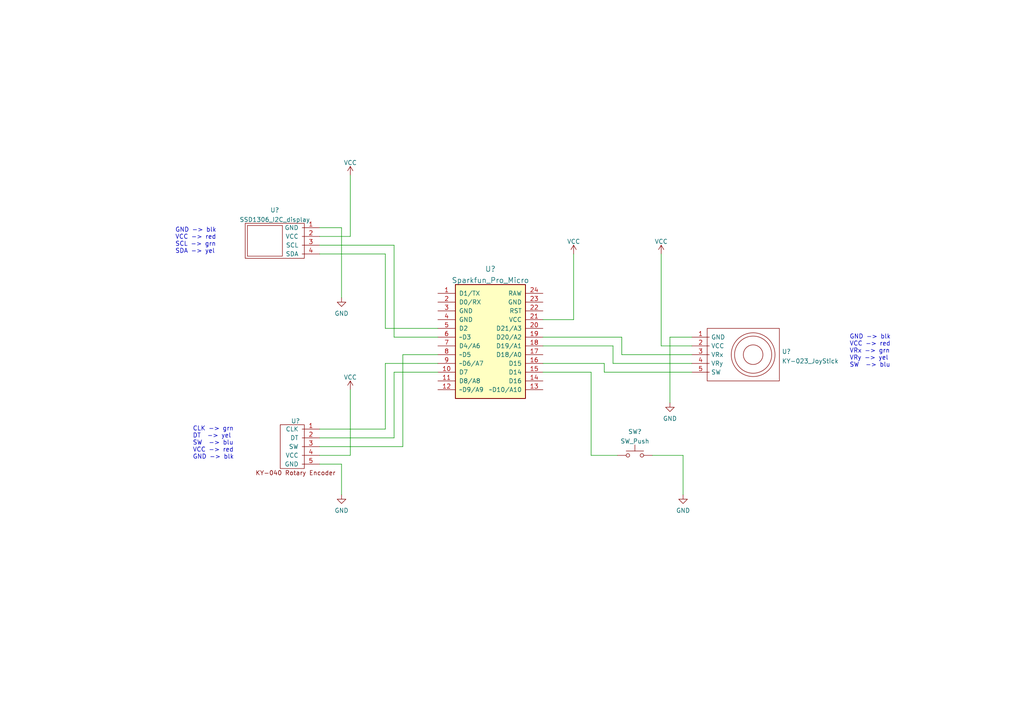
<source format=kicad_sch>
(kicad_sch (version 20211123) (generator eeschema)
  (paper "A4")
  (lib_symbols
    (symbol "My_Arduino2:Sparkfun_Pro_Micro" (pin_names (offset 1.016))
      (property "Reference" "U" (at -8.89 21.59 0))
      (property "Value" "Sparkfun_Pro_Micro" (at 0 19.05 0))
      (symbol "Sparkfun_Pro_Micro_0_1"
        (rectangle (start -10.16 17.78) (end 10.16 -15.24) (stroke (width 0.254)) (fill (type background)))
      )
      (symbol "Sparkfun_Pro_Micro_1_1"
        (pin bidirectional line (at -15.24 15.24 0) (length 5.08) (name "D1/TX") (number "1"))
        (pin bidirectional line (at -15.24 -7.62 0) (length 5.08) (name "D7") (number "10"))
        (pin bidirectional line (at -15.24 -10.16 0) (length 5.08) (name "D8/A8") (number "11"))
        (pin bidirectional line (at -15.24 -12.7 0) (length 5.08) (name "~D9/A9") (number "12"))
        (pin bidirectional line (at 15.24 -12.7 180) (length 5.08) (name "~D10/A10") (number "13"))
        (pin bidirectional line (at 15.24 -10.16 180) (length 5.08) (name "D16") (number "14"))
        (pin bidirectional line (at 15.24 -7.62 180) (length 5.08) (name "D14") (number "15"))
        (pin bidirectional line (at 15.24 -5.08 180) (length 5.08) (name "D15") (number "16"))
        (pin bidirectional line (at 15.24 -2.54 180) (length 5.08) (name "D18/A0") (number "17"))
        (pin bidirectional line (at 15.24 0 180) (length 5.08) (name "D19/A1") (number "18"))
        (pin bidirectional line (at 15.24 2.54 180) (length 5.08) (name "D20/A2") (number "19"))
        (pin bidirectional line (at -15.24 12.7 0) (length 5.08) (name "D0/RX") (number "2"))
        (pin bidirectional line (at 15.24 5.08 180) (length 5.08) (name "D21/A3") (number "20"))
        (pin power_in line (at 15.24 7.62 180) (length 5.08) (name "VCC") (number "21"))
        (pin input line (at 15.24 10.16 180) (length 5.08) (name "RST") (number "22"))
        (pin power_in line (at 15.24 12.7 180) (length 5.08) (name "GND") (number "23"))
        (pin power_in line (at 15.24 15.24 180) (length 5.08) (name "RAW") (number "24"))
        (pin power_in line (at -15.24 10.16 0) (length 5.08) (name "GND") (number "3"))
        (pin power_in line (at -15.24 7.62 0) (length 5.08) (name "GND") (number "4"))
        (pin bidirectional line (at -15.24 5.08 0) (length 5.08) (name "D2") (number "5"))
        (pin bidirectional line (at -15.24 2.54 0) (length 5.08) (name "~D3") (number "6"))
        (pin bidirectional line (at -15.24 0 0) (length 5.08) (name "D4/A6") (number "7"))
        (pin bidirectional line (at -15.24 -2.54 0) (length 5.08) (name "~D5") (number "8"))
        (pin bidirectional line (at -15.24 -5.08 0) (length 5.08) (name "~D6/A7") (number "9"))
      )
    )
    (symbol "My_Parts:KY-023_JoyStick"
      (property "Reference" "U" (at 6.35 3.81 0))
      (property "Value" "KY-023_JoyStick" (at 15.24 -14.605 0))
      (symbol "KY-023_JoyStick_0_1"
        (polyline (pts (xy 4.445 2.54) (xy 4.445 -12.7) (xy 25.4 -12.7) (xy 25.4 2.54) (xy 4.445 2.54)) (stroke (width 0.1524)))
        (circle (center 17.78 -5.08) (radius 5.3882) (stroke (width 0.1524)))
        (circle (center 17.78 -5.08) (radius 6.35) (stroke (width 0.1524)))
        (circle (center 17.78 -5.08) (radius 2.8398) (stroke (width 0.1524)))
      )
      (symbol "KY-023_JoyStick_1_1"
        (pin power_in line (at 0 0 0) (length 5.08) (name "GND") (number "1"))
        (pin power_in line (at 0 -2.54 0) (length 5.08) (name "VCC") (number "2"))
        (pin output line (at 0 -5.08 0) (length 5.08) (name "VRx") (number "3"))
        (pin output line (at 0 -7.62 0) (length 5.08) (name "VRy") (number "4"))
        (pin output line (at 0 -10.16 0) (length 5.08) (name "SW") (number "5"))
      )
    )
    (symbol "My_Parts:KY-040_Rotary_Encoder" (pin_names (offset 1.016))
      (property "Reference" "U" (at 0.635 2.54 0))
      (symbol "KY-040_Rotary_Encoder_0_0"
        (text "KY-040 Rotary Encoder" (at 1.905 -12.7 0) (effects (font (size 1.27 1.27))))
      )
      (symbol "KY-040_Rotary_Encoder_0_1"
        (rectangle (start -0.635 -11.43) (end 6.35 1.27))
      )
      (symbol "KY-040_Rotary_Encoder_1_1"
        (pin output line (at -5.08 0 0) (length 5.08) (name "CLK") (number "1"))
        (pin output line (at -5.08 -2.54 0) (length 5.08) (name "DT") (number "2"))
        (pin output line (at -5.08 -5.08 0) (length 5.08) (name "SW") (number "3"))
        (pin power_in line (at -5.08 -7.62 0) (length 5.08) (name "VCC") (number "4"))
        (pin power_in line (at -5.08 -10.16 0) (length 5.08) (name "GND") (number "5"))
      )
    )
    (symbol "My_Parts:SSD1306_I2C_display" (pin_names (offset 1.016))
      (property "Reference" "U" (at 5.715 2.54 0))
      (property "Value" "SSD1306_I2C_display" (at 12.7 -10.795 0))
      (symbol "SSD1306_I2C_display_0_1"
        (rectangle (start 4.445 1.27) (end 21.59 -8.89))
        (rectangle (start 10.795 0.635) (end 20.955 -8.255))
      )
      (symbol "SSD1306_I2C_display_1_1"
        (pin power_in line (at 0 0 0) (length 5.08) (name "GND") (number "1"))
        (pin power_in line (at 0 -2.54 0) (length 5.08) (name "VCC") (number "2"))
        (pin input line (at 0 -5.08 0) (length 5.08) (name "SCL") (number "3"))
        (pin input line (at 0 -7.62 0) (length 5.08) (name "SDA") (number "4"))
      )
    )
    (symbol "Switch:SW_Push" (pin_numbers hide) (pin_names (offset 1.016) hide)
      (property "Reference" "SW" (at 1.27 2.54 0))
      (property "Value" "SW_Push" (at 0 -1.524 0))
      (symbol "SW_Push_0_1"
        (circle (center -2.032 0) (radius 0.508))
        (polyline (pts (xy 0 1.27) (xy 0 3.048)))
        (polyline (pts (xy 2.54 1.27) (xy -2.54 1.27)))
        (circle (center 2.032 0) (radius 0.508))
        (pin passive line (at -5.08 0 0) (length 2.54) (name "1") (number "1"))
        (pin passive line (at 5.08 0 180) (length 2.54) (name "2") (number "2"))
      )
    )
    (symbol "power:GND" (power) (pin_names (offset 0))
      (property "Value" "GND" (at 0 -3.81 0))
      (symbol "GND_0_1"
        (polyline (pts (xy 0 0) (xy 0 -1.27) (xy 1.27 -1.27) (xy 0 -2.54) (xy -1.27 -1.27) (xy 0 -1.27)))
      )
      (symbol "GND_1_1"
        (pin power_in line (at 0 0 270) (length 0) hide (name "GND") (number "1"))
      )
    )
    (symbol "power:VCC" (power) (pin_names (offset 0))
      (property "Value" "VCC" (at 0 3.81 0))
      (symbol "VCC_0_1"
        (polyline (pts (xy -0.762 1.27) (xy 0 2.54)))
        (polyline (pts (xy 0 0) (xy 0 2.54)))
        (polyline (pts (xy 0 2.54) (xy 0.762 1.27)))
      )
      (symbol "VCC_1_1"
        (pin power_in line (at 0 0 90) (length 0) hide (name "VCC") (number "1"))
      )
    )
  )
  (wire (pts (xy 101.6 132.08) (xy 101.6 113.03)))
  (wire (pts (xy 114.3 71.12) (xy 114.3 97.79)))
  (wire (pts (xy 114.3 97.79) (xy 127 97.79)))
  (wire (pts (xy 92.71 129.54) (xy 116.84 129.54)))
  (wire (pts (xy 198.12 132.08) (xy 198.12 143.51)))
  (wire (pts (xy 111.76 73.66) (xy 111.76 95.25)))
  (wire (pts (xy 189.23 132.08) (xy 198.12 132.08)))
  (wire (pts (xy 200.66 107.95) (xy 175.26 107.95)))
  (wire (pts (xy 179.07 132.08) (xy 171.45 132.08)))
  (wire (pts (xy 92.71 68.58) (xy 101.6 68.58)))
  (wire (pts (xy 200.66 105.41) (xy 177.8 105.41)))
  (wire (pts (xy 99.06 134.62) (xy 99.06 143.51)))
  (wire (pts (xy 175.26 107.95) (xy 175.26 105.41)))
  (wire (pts (xy 200.66 100.33) (xy 191.77 100.33)))
  (wire (pts (xy 191.77 100.33) (xy 191.77 73.66)))
  (wire (pts (xy 116.84 129.54) (xy 116.84 102.87)))
  (wire (pts (xy 92.71 134.62) (xy 99.06 134.62)))
  (wire (pts (xy 180.34 97.79) (xy 180.34 102.87)))
  (wire (pts (xy 194.31 97.79) (xy 194.31 116.84)))
  (wire (pts (xy 116.84 102.87) (xy 127 102.87)))
  (wire (pts (xy 92.71 132.08) (xy 101.6 132.08)))
  (wire (pts (xy 111.76 95.25) (xy 127 95.25)))
  (wire (pts (xy 92.71 73.66) (xy 111.76 73.66)))
  (wire (pts (xy 157.48 92.71) (xy 166.37 92.71)))
  (wire (pts (xy 101.6 68.58) (xy 101.6 50.8)))
  (wire (pts (xy 92.71 127) (xy 114.3 127)))
  (wire (pts (xy 111.76 105.41) (xy 127 105.41)))
  (wire (pts (xy 166.37 92.71) (xy 166.37 73.66)))
  (wire (pts (xy 177.8 105.41) (xy 177.8 100.33)))
  (wire (pts (xy 92.71 66.04) (xy 99.06 66.04)))
  (wire (pts (xy 157.48 97.79) (xy 180.34 97.79)))
  (wire (pts (xy 177.8 100.33) (xy 157.48 100.33)))
  (wire (pts (xy 114.3 107.95) (xy 127 107.95)))
  (wire (pts (xy 99.06 66.04) (xy 99.06 86.36)))
  (wire (pts (xy 114.3 127) (xy 114.3 107.95)))
  (wire (pts (xy 180.34 102.87) (xy 200.66 102.87)))
  (wire (pts (xy 200.66 97.79) (xy 194.31 97.79)))
  (wire (pts (xy 92.71 124.46) (xy 111.76 124.46)))
  (wire (pts (xy 111.76 124.46) (xy 111.76 105.41)))
  (wire (pts (xy 157.48 105.41) (xy 175.26 105.41)))
  (wire (pts (xy 92.71 71.12) (xy 114.3 71.12)))
  (wire (pts (xy 171.45 107.95) (xy 157.48 107.95)))
  (wire (pts (xy 171.45 132.08) (xy 171.45 107.95)))
  (text "GND -> blk\nVCC -> red\nSCL -> grn\nSDA -> yel" (at 50.8 73.66 0) (effects (font (size 1.27 1.27)) (justify left bottom)))
  (text "GND -> blk\nVCC -> red\nVRx -> grn\nVRy -> yel\nSW  -> blu" (at 246.38 106.68 0) (effects (font (size 1.27 1.27)) (justify left bottom)))
  (text "CLK -> grn\nDT  -> yel\nSW  -> blu\nVCC -> red\nGND -> blk" (at 55.88 133.35 0) (effects (font (size 1.27 1.27)) (justify left bottom)))
  (symbol (lib_id "power:GND") (at 198.12 143.51 0) (unit 1)
    (property "Reference" "#PWR?" (effects hide))
    (property "Value" "GND" (at 198.12 148.0725 0))
  )
  (symbol (lib_id "My_Parts:KY-023_JoyStick") (at 200.66 97.79 0) (unit 1)
    (property "Reference" "U?" (at 226.7712 101.9615 0) (effects (justify left)))
    (property "Value" "KY-023_JoyStick" (at 226.7712 104.7366 0) (effects (justify left)))
  )
  (symbol (lib_id "Switch:SW_Push") (at 184.15 132.08 0) (unit 1)
    (property "Reference" "SW?" (at 184.15 125.1925 0))
    (property "Value" "SW_Push" (at 184.15 127.9676 0))
  )
  (symbol (lib_id "power:GND") (at 194.31 116.84 0) (unit 1)
    (property "Reference" "#PWR?" (effects hide))
    (property "Value" "GND" (at 194.31 121.4025 0))
  )
  (symbol (lib_id "power:VCC") (at 191.77 73.66 0) (unit 1)
    (property "Reference" "#PWR?" (effects hide))
    (property "Value" "VCC" (at 191.77 70.0555 0))
  )
  (symbol (lib_id "power:VCC") (at 101.6 50.8 0) (unit 1)
    (property "Reference" "#PWR?" (effects hide))
    (property "Value" "VCC" (at 101.6 47.1955 0))
  )
  (symbol (lib_id "power:VCC") (at 101.6 113.03 0) (unit 1)
    (property "Reference" "#PWR?" (effects hide))
    (property "Value" "VCC" (at 101.6 109.4255 0))
  )
  (symbol (lib_id "power:GND") (at 99.06 143.51 0) (unit 1)
    (property "Reference" "#PWR?" (effects hide))
    (property "Value" "GND" (at 99.06 148.0725 0))
  )
  (symbol (lib_id "My_Arduino2:Sparkfun_Pro_Micro") (at 142.24 100.33 0) (unit 1)
    (property "Reference" "U?" (at 142.24 78.0191 0) (effects (font (size 1.524 1.524))))
    (property "Value" "Sparkfun_Pro_Micro" (at 142.24 81.2981 0) (effects (font (size 1.524 1.524))))
    (property "Footprint" "Arduino:Sparkfun_Pro_Micro" (effects hide))
    (property "Datasheet" "https://www.sparkfun.com/products/12640" (effects hide))
  )
  (symbol (lib_id "power:GND") (at 99.06 86.36 0) (unit 1)
    (property "Reference" "#PWR?" (effects hide))
    (property "Value" "GND" (at 99.06 90.9225 0))
  )
  (symbol (lib_id "My_Parts:KY-040_Rotary_Encoder") (at 87.63 124.46 0) (mirror y) (unit 1)
    (property "Reference" "U?" (at 85.7249 122.1255 0))
    (property "Value" "KY-040_Rotary_Encoder" (effects hide))
  )
  (symbol (lib_id "power:VCC") (at 166.37 73.66 0) (unit 1)
    (property "Reference" "#PWR?" (effects hide))
    (property "Value" "VCC" (at 166.37 70.0555 0))
  )
  (symbol (lib_id "My_Parts:SSD1306_I2C_display") (at 92.71 66.04 0) (mirror y) (unit 1)
    (property "Reference" "U?" (at 79.6925 60.9305 0))
    (property "Value" "SSD1306_I2C_display" (at 79.6925 63.7056 0))
  )
)
</source>
